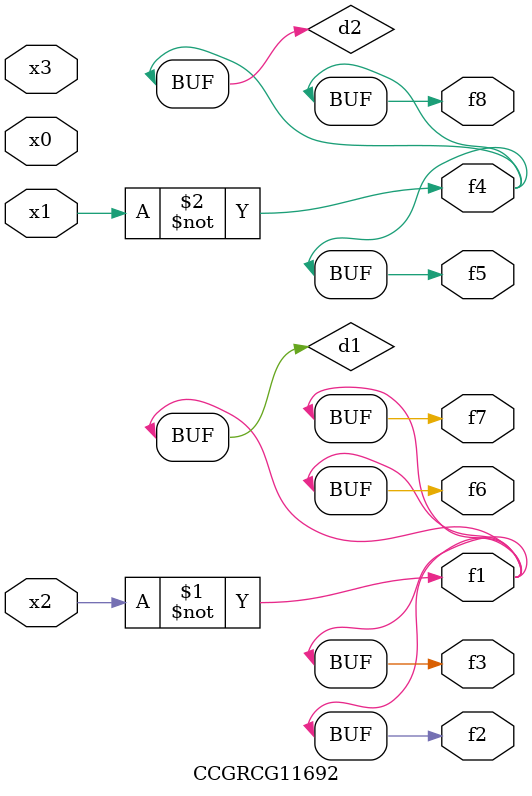
<source format=v>
module CCGRCG11692(
	input x0, x1, x2, x3,
	output f1, f2, f3, f4, f5, f6, f7, f8
);

	wire d1, d2;

	xnor (d1, x2);
	not (d2, x1);
	assign f1 = d1;
	assign f2 = d1;
	assign f3 = d1;
	assign f4 = d2;
	assign f5 = d2;
	assign f6 = d1;
	assign f7 = d1;
	assign f8 = d2;
endmodule

</source>
